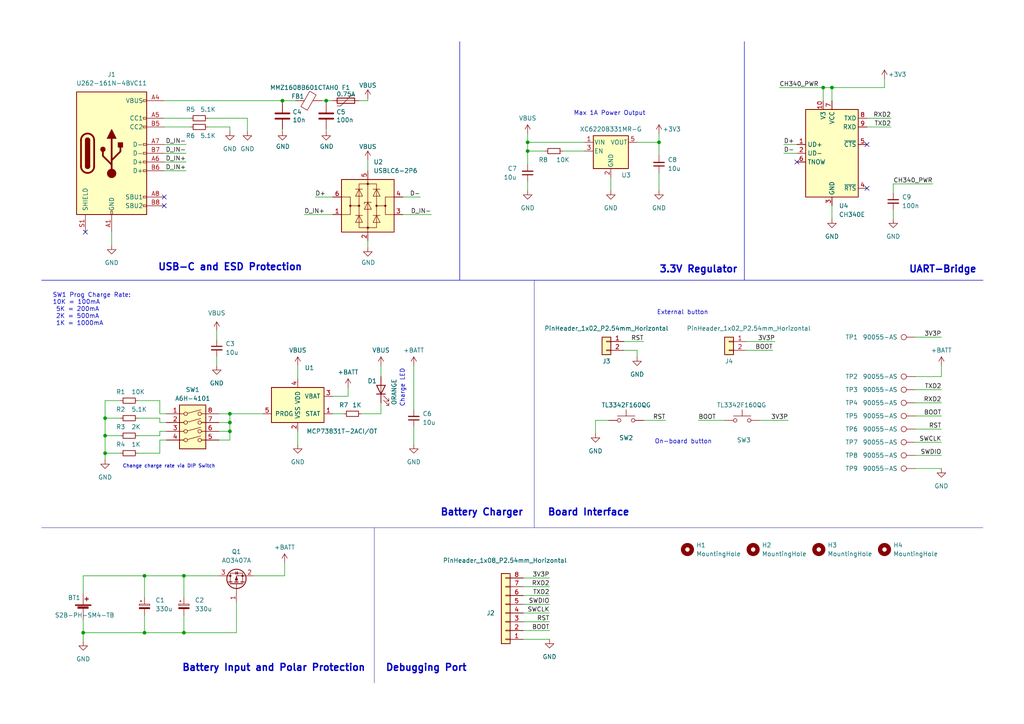
<source format=kicad_sch>
(kicad_sch (version 20230121) (generator eeschema)
  (paper "A4")
  (title_block (title "Teapotlabs BWLR1E Programmer") (date "2023-09-06") (rev "1") (company "Teapot Laboratories"))
  (lib_symbols
    (symbol "Battery_Management:MCP73831-2-OT" (pin_names (offset 1.016))
      (property "Reference" "U" (at -7.62 6.35 0))
      (property "Value" "MCP73831-2-OT" (at 1.27 6.35 0))
      (symbol "MCP73831-2-OT_0_1"
        (rectangle (start -7.62 5.08) (end 7.62 -5.08) (stroke (width 0.254)) (fill (type background)))
      )
      (symbol "MCP73831-2-OT_1_1"
        (pin output line (at 10.16 -2.54 180) (length 2.54) (name "STAT") (number "1"))
        (pin power_in line (at 0 -7.62 90) (length 2.54) (name "VSS") (number "2"))
        (pin power_out line (at 10.16 2.54 180) (length 2.54) (name "VBAT") (number "3"))
        (pin power_in line (at 0 7.62 270) (length 2.54) (name "VDD") (number "4"))
        (pin input line (at -10.16 -2.54 0) (length 2.54) (name "PROG") (number "5"))
      )
    )
    (symbol "Connector:TestPoint" (pin_numbers hide) (pin_names (offset 0.762) hide)
      (property "Reference" "TP" (at 0 6.858 0))
      (property "Value" "TestPoint" (at 0 5.08 0))
      (symbol "TestPoint_0_1"
        (circle (center 0 3.302) (radius 0.762))
      )
      (symbol "TestPoint_1_1"
        (pin passive line (at 0 0 90) (length 2.54) (name "1") (number "1"))
      )
    )
    (symbol "Connector:USB_C_Receptacle_USB2.0" (pin_names (offset 1.016))
      (property "Reference" "J" (at -10.16 19.05 0))
      (property "Value" "USB_C_Receptacle_USB2.0" (at 19.05 19.05 0))
      (symbol "USB_C_Receptacle_USB2.0_0_0"
        (rectangle (start -0.254 -17.78) (end 0.254 -16.764))
        (rectangle (start 10.16 -14.986) (end 9.144 -15.494))
        (rectangle (start 10.16 -12.446) (end 9.144 -12.954))
        (rectangle (start 10.16 -4.826) (end 9.144 -5.334))
        (rectangle (start 10.16 -2.286) (end 9.144 -2.794))
        (rectangle (start 10.16 0.254) (end 9.144 -0.254))
        (rectangle (start 10.16 2.794) (end 9.144 2.286))
        (rectangle (start 10.16 7.874) (end 9.144 7.366))
        (rectangle (start 10.16 10.414) (end 9.144 9.906))
        (rectangle (start 10.16 15.494) (end 9.144 14.986))
      )
      (symbol "USB_C_Receptacle_USB2.0_0_1"
        (rectangle (start -10.16 17.78) (end 10.16 -17.78) (stroke (width 0.254)) (fill (type background)))
        (arc (start -8.89 -3.81) (mid -6.985 -5.7067) (end -5.08 -3.81) (stroke (width 0.508)))
        (arc (start -7.62 -3.81) (mid -6.985 -4.4423) (end -6.35 -3.81) (stroke (width 0.254)))
        (arc (start -7.62 -3.81) (mid -6.985 -4.4423) (end -6.35 -3.81) (stroke (width 0.254)) (fill (type outline)))
        (rectangle (start -7.62 -3.81) (end -6.35 3.81) (stroke (width 0.254)) (fill (type outline)))
        (arc (start -6.35 3.81) (mid -6.985 4.4423) (end -7.62 3.81) (stroke (width 0.254)))
        (arc (start -6.35 3.81) (mid -6.985 4.4423) (end -7.62 3.81) (stroke (width 0.254)) (fill (type outline)))
        (arc (start -5.08 3.81) (mid -6.985 5.7067) (end -8.89 3.81) (stroke (width 0.508)))
        (circle (center -2.54 1.143) (radius 0.635) (stroke (width 0.254)) (fill (type outline)))
        (circle (center 0 -5.842) (radius 1.27) (fill (type outline)))
        (polyline (pts (xy -8.89 -3.81) (xy -8.89 3.81)) (stroke (width 0.508)))
        (polyline (pts (xy -5.08 3.81) (xy -5.08 -3.81)) (stroke (width 0.508)))
        (polyline (pts (xy 0 -5.842) (xy 0 4.318)) (stroke (width 0.508)))
        (polyline (pts (xy 0 -3.302) (xy -2.54 -0.762) (xy -2.54 0.508)) (stroke (width 0.508)))
        (polyline (pts (xy 0 -2.032) (xy 2.54 0.508) (xy 2.54 1.778)) (stroke (width 0.508)))
        (polyline (pts (xy -1.27 4.318) (xy 0 6.858) (xy 1.27 4.318) (xy -1.27 4.318)) (stroke (width 0.254)) (fill (type outline)))
        (rectangle (start 1.905 1.778) (end 3.175 3.048) (stroke (width 0.254)) (fill (type outline)))
      )
      (symbol "USB_C_Receptacle_USB2.0_1_1"
        (pin passive line (at 0 -22.86 90) (length 5.08) (name "GND") (number "A1"))
        (pin passive line (at 0 -22.86 90) (length 5.08) hide (name "GND") (number "A12"))
        (pin passive line (at 15.24 15.24 180) (length 5.08) (name "VBUS") (number "A4"))
        (pin bidirectional line (at 15.24 10.16 180) (length 5.08) (name "CC1") (number "A5"))
        (pin bidirectional line (at 15.24 -2.54 180) (length 5.08) (name "D+") (number "A6"))
        (pin bidirectional line (at 15.24 2.54 180) (length 5.08) (name "D-") (number "A7"))
        (pin bidirectional line (at 15.24 -12.7 180) (length 5.08) (name "SBU1") (number "A8"))
        (pin passive line (at 15.24 15.24 180) (length 5.08) hide (name "VBUS") (number "A9"))
        (pin passive line (at 0 -22.86 90) (length 5.08) hide (name "GND") (number "B1"))
        (pin passive line (at 0 -22.86 90) (length 5.08) hide (name "GND") (number "B12"))
        (pin passive line (at 15.24 15.24 180) (length 5.08) hide (name "VBUS") (number "B4"))
        (pin bidirectional line (at 15.24 7.62 180) (length 5.08) (name "CC2") (number "B5"))
        (pin bidirectional line (at 15.24 -5.08 180) (length 5.08) (name "D+") (number "B6"))
        (pin bidirectional line (at 15.24 0 180) (length 5.08) (name "D-") (number "B7"))
        (pin bidirectional line (at 15.24 -15.24 180) (length 5.08) (name "SBU2") (number "B8"))
        (pin passive line (at 15.24 15.24 180) (length 5.08) hide (name "VBUS") (number "B9"))
        (pin passive line (at -7.62 -22.86 90) (length 5.08) (name "SHIELD") (number "S1"))
      )
    )
    (symbol "Connector_Generic:Conn_01x02" (pin_names (offset 1.016) hide)
      (property "Reference" "J" (at 0 2.54 0))
      (property "Value" "Conn_01x02" (at 0 -5.08 0))
      (symbol "Conn_01x02_1_1"
        (rectangle (start -1.27 -2.413) (end 0 -2.667) (stroke (width 0.1524)))
        (rectangle (start -1.27 0.127) (end 0 -0.127) (stroke (width 0.1524)))
        (rectangle (start -1.27 1.27) (end 1.27 -3.81) (stroke (width 0.254)) (fill (type background)))
        (pin passive line (at -5.08 0 0) (length 3.81) (name "Pin_1") (number "1"))
        (pin passive line (at -5.08 -2.54 0) (length 3.81) (name "Pin_2") (number "2"))
      )
    )
    (symbol "Connector_Generic:Conn_01x08" (pin_names (offset 1.016) hide)
      (property "Reference" "J" (at 0 10.16 0))
      (property "Value" "Conn_01x08" (at 0 -12.7 0))
      (symbol "Conn_01x08_1_1"
        (rectangle (start -1.27 -10.033) (end 0 -10.287) (stroke (width 0.1524)))
        (rectangle (start -1.27 -7.493) (end 0 -7.747) (stroke (width 0.1524)))
        (rectangle (start -1.27 -4.953) (end 0 -5.207) (stroke (width 0.1524)))
        (rectangle (start -1.27 -2.413) (end 0 -2.667) (stroke (width 0.1524)))
        (rectangle (start -1.27 0.127) (end 0 -0.127) (stroke (width 0.1524)))
        (rectangle (start -1.27 2.667) (end 0 2.413) (stroke (width 0.1524)))
        (rectangle (start -1.27 5.207) (end 0 4.953) (stroke (width 0.1524)))
        (rectangle (start -1.27 7.747) (end 0 7.493) (stroke (width 0.1524)))
        (rectangle (start -1.27 8.89) (end 1.27 -11.43) (stroke (width 0.254)) (fill (type background)))
        (pin passive line (at -5.08 7.62 0) (length 3.81) (name "Pin_1") (number "1"))
        (pin passive line (at -5.08 5.08 0) (length 3.81) (name "Pin_2") (number "2"))
        (pin passive line (at -5.08 2.54 0) (length 3.81) (name "Pin_3") (number "3"))
        (pin passive line (at -5.08 0 0) (length 3.81) (name "Pin_4") (number "4"))
        (pin passive line (at -5.08 -2.54 0) (length 3.81) (name "Pin_5") (number "5"))
        (pin passive line (at -5.08 -5.08 0) (length 3.81) (name "Pin_6") (number "6"))
        (pin passive line (at -5.08 -7.62 0) (length 3.81) (name "Pin_7") (number "7"))
        (pin passive line (at -5.08 -10.16 0) (length 3.81) (name "Pin_8") (number "8"))
      )
    )
    (symbol "Device:Battery_Cell" (pin_numbers hide) (pin_names (offset 0) hide)
      (property "Reference" "BT" (at 2.54 2.54 0))
      (property "Value" "Battery_Cell" (at 2.54 0 0))
      (symbol "Battery_Cell_0_1"
        (rectangle (start -2.286 1.778) (end 2.286 1.524) (fill (type outline)))
        (rectangle (start -1.5748 1.1938) (end 1.4732 0.6858) (fill (type outline)))
        (polyline (pts (xy 0 0.762) (xy 0 0)))
        (polyline (pts (xy 0 1.778) (xy 0 2.54)))
        (polyline (pts (xy 0.508 3.429) (xy 1.524 3.429)) (stroke (width 0.254)))
        (polyline (pts (xy 1.016 3.937) (xy 1.016 2.921)) (stroke (width 0.254)))
      )
      (symbol "Battery_Cell_1_1"
        (pin passive line (at 0 5.08 270) (length 2.54) (name "+") (number "1"))
        (pin passive line (at 0 -2.54 90) (length 2.54) (name "-") (number "2"))
      )
    )
    (symbol "Device:C" (pin_numbers hide) (pin_names (offset 0.254))
      (property "Reference" "C" (at 0.635 2.54 0))
      (property "Value" "C" (at 0.635 -2.54 0))
      (symbol "C_0_1"
        (polyline (pts (xy -2.032 -0.762) (xy 2.032 -0.762)) (stroke (width 0.508)))
        (polyline (pts (xy -2.032 0.762) (xy 2.032 0.762)) (stroke (width 0.508)))
      )
      (symbol "C_1_1"
        (pin passive line (at 0 3.81 270) (length 2.794) (name "~") (number "1"))
        (pin passive line (at 0 -3.81 90) (length 2.794) (name "~") (number "2"))
      )
    )
    (symbol "Device:C_Polarized_Small" (pin_numbers hide) (pin_names (offset 0.254) hide)
      (property "Reference" "C" (at 0.254 1.778 0))
      (property "Value" "C_Polarized_Small" (at 0.254 -2.032 0))
      (symbol "C_Polarized_Small_0_1"
        (rectangle (start -1.524 -0.3048) (end 1.524 -0.6858) (fill (type outline)))
        (rectangle (start -1.524 0.6858) (end 1.524 0.3048))
        (polyline (pts (xy -1.27 1.524) (xy -0.762 1.524)))
        (polyline (pts (xy -1.016 1.27) (xy -1.016 1.778)))
      )
      (symbol "C_Polarized_Small_1_1"
        (pin passive line (at 0 2.54 270) (length 1.8542) (name "~") (number "1"))
        (pin passive line (at 0 -2.54 90) (length 1.8542) (name "~") (number "2"))
      )
    )
    (symbol "Device:C_Small" (pin_numbers hide) (pin_names (offset 0.254) hide)
      (property "Reference" "C" (at 0.254 1.778 0))
      (property "Value" "C_Small" (at 0.254 -2.032 0))
      (symbol "C_Small_0_1"
        (polyline (pts (xy -1.524 -0.508) (xy 1.524 -0.508)) (stroke (width 0.3302)))
        (polyline (pts (xy -1.524 0.508) (xy 1.524 0.508)) (stroke (width 0.3048)))
      )
      (symbol "C_Small_1_1"
        (pin passive line (at 0 2.54 270) (length 2.032) (name "~") (number "1"))
        (pin passive line (at 0 -2.54 90) (length 2.032) (name "~") (number "2"))
      )
    )
    (symbol "Device:LED" (pin_numbers hide) (pin_names (offset 1.016) hide)
      (property "Reference" "D" (at 0 2.54 0))
      (property "Value" "LED" (at 0 -2.54 0))
      (symbol "LED_0_1"
        (polyline (pts (xy -1.27 -1.27) (xy -1.27 1.27)) (stroke (width 0.254)))
        (polyline (pts (xy -1.27 0) (xy 1.27 0)))
        (polyline (pts (xy 1.27 -1.27) (xy 1.27 1.27) (xy -1.27 0) (xy 1.27 -1.27)) (stroke (width 0.254)))
        (polyline (pts (xy -3.048 -0.762) (xy -4.572 -2.286) (xy -3.81 -2.286) (xy -4.572 -2.286) (xy -4.572 -1.524)))
        (polyline (pts (xy -1.778 -0.762) (xy -3.302 -2.286) (xy -2.54 -2.286) (xy -3.302 -2.286) (xy -3.302 -1.524)))
      )
      (symbol "LED_1_1"
        (pin passive line (at -3.81 0 0) (length 2.54) (name "K") (number "1"))
        (pin passive line (at 3.81 0 180) (length 2.54) (name "A") (number "2"))
      )
    )
    (symbol "Device:Polyfuse" (pin_numbers hide) (pin_names (offset 0))
      (property "Reference" "F" (at -2.54 0 90))
      (property "Value" "Polyfuse" (at 2.54 0 90))
      (symbol "Polyfuse_0_1"
        (rectangle (start -0.762 2.54) (end 0.762 -2.54) (stroke (width 0.254)))
        (polyline (pts (xy 0 2.54) (xy 0 -2.54)))
        (polyline (pts (xy -1.524 2.54) (xy -1.524 1.524) (xy 1.524 -1.524) (xy 1.524 -2.54)))
      )
      (symbol "Polyfuse_1_1"
        (pin passive line (at 0 3.81 270) (length 1.27) (name "~") (number "1"))
        (pin passive line (at 0 -3.81 90) (length 1.27) (name "~") (number "2"))
      )
    )
    (symbol "Device:Q_PMOS_GSD" (pin_names (offset 0) hide)
      (property "Reference" "Q" (at 5.08 1.27 0))
      (property "Value" "Q_PMOS_GSD" (at 5.08 -1.27 0))
      (symbol "Q_PMOS_GSD_0_1"
        (polyline (pts (xy 0.254 0) (xy -2.54 0)))
        (polyline (pts (xy 0.254 1.905) (xy 0.254 -1.905)) (stroke (width 0.254)))
        (polyline (pts (xy 0.762 -1.27) (xy 0.762 -2.286)) (stroke (width 0.254)))
        (polyline (pts (xy 0.762 0.508) (xy 0.762 -0.508)) (stroke (width 0.254)))
        (polyline (pts (xy 0.762 2.286) (xy 0.762 1.27)) (stroke (width 0.254)))
        (polyline (pts (xy 2.54 2.54) (xy 2.54 1.778)))
        (polyline (pts (xy 2.54 -2.54) (xy 2.54 0) (xy 0.762 0)))
        (polyline (pts (xy 0.762 1.778) (xy 3.302 1.778) (xy 3.302 -1.778) (xy 0.762 -1.778)))
        (polyline (pts (xy 2.286 0) (xy 1.27 0.381) (xy 1.27 -0.381) (xy 2.286 0)) (fill (type outline)))
        (polyline (pts (xy 2.794 -0.508) (xy 2.921 -0.381) (xy 3.683 -0.381) (xy 3.81 -0.254)))
        (polyline (pts (xy 3.302 -0.381) (xy 2.921 0.254) (xy 3.683 0.254) (xy 3.302 -0.381)))
        (circle (center 1.651 0) (radius 2.794) (stroke (width 0.254)))
        (circle (center 2.54 -1.778) (radius 0.254) (fill (type outline)))
        (circle (center 2.54 1.778) (radius 0.254) (fill (type outline)))
      )
      (symbol "Q_PMOS_GSD_1_1"
        (pin input line (at -5.08 0 0) (length 2.54) (name "G") (number "1"))
        (pin passive line (at 2.54 -5.08 90) (length 2.54) (name "S") (number "2"))
        (pin passive line (at 2.54 5.08 270) (length 2.54) (name "D") (number "3"))
      )
    )
    (symbol "Device:R_Small" (pin_numbers hide) (pin_names (offset 0.254) hide)
      (property "Reference" "R" (at 0.762 0.508 0))
      (property "Value" "R_Small" (at 0.762 -1.016 0))
      (symbol "R_Small_0_1"
        (rectangle (start -0.762 1.778) (end 0.762 -1.778) (stroke (width 0.2032)))
      )
      (symbol "R_Small_1_1"
        (pin passive line (at 0 2.54 270) (length 0.762) (name "~") (number "1"))
        (pin passive line (at 0 -2.54 90) (length 0.762) (name "~") (number "2"))
      )
    )
    (symbol "Interface_USB:CH340E"
      (property "Reference" "U" (at -5.08 13.97 0))
      (property "Value" "CH340E" (at 1.27 13.97 0))
      (symbol "CH340E_0_1"
        (rectangle (start -7.62 12.7) (end 7.62 -12.7) (stroke (width 0.254)) (fill (type background)))
      )
      (symbol "CH340E_1_1"
        (pin bidirectional line (at -10.16 2.54 0) (length 2.54) (name "UD+") (number "1"))
        (pin passive line (at -2.54 15.24 270) (length 2.54) (name "V3") (number "10"))
        (pin bidirectional line (at -10.16 0 0) (length 2.54) (name "UD-") (number "2"))
        (pin power_in line (at 0 -15.24 90) (length 2.54) (name "GND") (number "3"))
        (pin output line (at 10.16 -10.16 180) (length 2.54) (name "~{RTS}") (number "4"))
        (pin input line (at 10.16 2.54 180) (length 2.54) (name "~{CTS}") (number "5"))
        (pin output line (at -10.16 -2.54 0) (length 2.54) (name "TNOW") (number "6"))
        (pin power_in line (at 0 15.24 270) (length 2.54) (name "VCC") (number "7"))
        (pin output line (at 10.16 10.16 180) (length 2.54) (name "TXD") (number "8"))
        (pin input line (at 10.16 7.62 180) (length 2.54) (name "RXD") (number "9"))
      )
    )
    (symbol "Mechanical:MountingHole" (pin_names (offset 1.016))
      (property "Reference" "H" (at 0 5.08 0))
      (property "Value" "MountingHole" (at 0 3.175 0))
      (symbol "MountingHole_0_1"
        (circle (center 0 0) (radius 1.27) (stroke (width 1.27)))
      )
    )
    (symbol "Penguino-STM32WL-LoRa-E5-rescue:Ferrite_Bead-Device" (pin_numbers hide) (pin_names (offset 0))
      (property "Reference" "FB" (at -3.81 0.635 90))
      (property "Value" "Device_Ferrite_Bead" (at 3.81 0 90))
      (symbol "Ferrite_Bead-Device_0_1"
        (polyline (pts (xy 0 -1.27) (xy 0 -1.2192)))
        (polyline (pts (xy 0 1.27) (xy 0 1.2954)))
        (polyline (pts (xy -2.7686 0.4064) (xy -1.7018 2.2606) (xy 2.7686 -0.3048) (xy 1.6764 -2.159) (xy -2.7686 0.4064)))
      )
      (symbol "Ferrite_Bead-Device_1_1"
        (pin passive line (at 0 3.81 270) (length 2.54) (name "~") (number "1"))
        (pin passive line (at 0 -3.81 90) (length 2.54) (name "~") (number "2"))
      )
    )
    (symbol "Power_Protection:USBLC6-2P6" (pin_names hide)
      (property "Reference" "U" (at 2.54 8.89 0))
      (property "Value" "USBLC6-2P6" (at 2.54 -8.89 0))
      (symbol "USBLC6-2P6_0_1"
        (rectangle (start -7.62 -7.62) (end 7.62 7.62) (stroke (width 0.254)) (fill (type background)))
        (circle (center -5.08 0) (radius 0.254) (fill (type outline)))
        (circle (center -2.54 0) (radius 0.254) (fill (type outline)))
        (rectangle (start -2.54 6.35) (end 2.54 -6.35))
        (circle (center 0 -6.35) (radius 0.254) (fill (type outline)))
        (polyline (pts (xy -5.08 -2.54) (xy -7.62 -2.54)))
        (polyline (pts (xy -5.08 0) (xy -5.08 -2.54)))
        (polyline (pts (xy -5.08 2.54) (xy -7.62 2.54)))
        (polyline (pts (xy -1.524 -2.794) (xy -3.556 -2.794)))
        (polyline (pts (xy -1.524 4.826) (xy -3.556 4.826)))
        (polyline (pts (xy 0 -7.62) (xy 0 -6.35)))
        (polyline (pts (xy 0 -6.35) (xy 0 1.27)))
        (polyline (pts (xy 0 1.27) (xy 0 6.35)))
        (polyline (pts (xy 0 6.35) (xy 0 7.62)))
        (polyline (pts (xy 1.524 -2.794) (xy 3.556 -2.794)))
        (polyline (pts (xy 1.524 4.826) (xy 3.556 4.826)))
        (polyline (pts (xy 5.08 -2.54) (xy 7.62 -2.54)))
        (polyline (pts (xy 5.08 0) (xy 5.08 -2.54)))
        (polyline (pts (xy 5.08 2.54) (xy 7.62 2.54)))
        (polyline (pts (xy -2.54 0) (xy -5.08 0) (xy -5.08 2.54)))
        (polyline (pts (xy 2.54 0) (xy 5.08 0) (xy 5.08 2.54)))
        (polyline (pts (xy -3.556 -4.826) (xy -1.524 -4.826) (xy -2.54 -2.794) (xy -3.556 -4.826)))
        (polyline (pts (xy -3.556 2.794) (xy -1.524 2.794) (xy -2.54 4.826) (xy -3.556 2.794)))
        (polyline (pts (xy -1.016 -1.016) (xy 1.016 -1.016) (xy 0 1.016) (xy -1.016 -1.016)))
        (polyline (pts (xy 1.016 1.016) (xy 0.762 1.016) (xy -1.016 1.016) (xy -1.016 0.508)))
        (polyline (pts (xy 3.556 -4.826) (xy 1.524 -4.826) (xy 2.54 -2.794) (xy 3.556 -4.826)))
        (polyline (pts (xy 3.556 2.794) (xy 1.524 2.794) (xy 2.54 4.826) (xy 3.556 2.794)))
        (circle (center 0 6.35) (radius 0.254) (fill (type outline)))
        (circle (center 2.54 0) (radius 0.254) (fill (type outline)))
        (circle (center 5.08 0) (radius 0.254) (fill (type outline)))
      )
      (symbol "USBLC6-2P6_1_1"
        (pin passive line (at -10.16 -2.54 0) (length 2.54) (name "I/O1") (number "1"))
        (pin passive line (at 0 -10.16 90) (length 2.54) (name "GND") (number "2"))
        (pin passive line (at 10.16 -2.54 180) (length 2.54) (name "I/O2") (number "3"))
        (pin passive line (at 10.16 2.54 180) (length 2.54) (name "I/O2") (number "4"))
        (pin passive line (at 0 10.16 270) (length 2.54) (name "VBUS") (number "5"))
        (pin passive line (at -10.16 2.54 0) (length 2.54) (name "I/O1") (number "6"))
      )
    )
    (symbol "Regulator_Linear:AP2112K-3.3" (pin_names (offset 0.254))
      (property "Reference" "U" (at -5.08 5.715 0))
      (property "Value" "AP2112K-3.3" (at 0 5.715 0))
      (symbol "AP2112K-3.3_0_1"
        (rectangle (start -5.08 4.445) (end 5.08 -5.08) (stroke (width 0.254)) (fill (type background)))
      )
      (symbol "AP2112K-3.3_1_1"
        (pin power_in line (at -7.62 2.54 0) (length 2.54) (name "VIN") (number "1"))
        (pin power_in line (at 0 -7.62 90) (length 2.54) (name "GND") (number "2"))
        (pin input line (at -7.62 0 0) (length 2.54) (name "EN") (number "3"))
        (pin no_connect line (at 5.08 0 180) (length 2.54) hide (name "NC") (number "4"))
        (pin power_out line (at 7.62 2.54 180) (length 2.54) (name "VOUT") (number "5"))
      )
    )
    (symbol "Switch:SW_DIP_x04" (pin_names (offset 0) hide)
      (property "Reference" "SW" (at 0 8.89 0))
      (property "Value" "SW_DIP_x04" (at 0 -6.35 0))
      (symbol "SW_DIP_x04_0_0"
        (circle (center -2.032 -2.54) (radius 0.508))
        (circle (center -2.032 0) (radius 0.508))
        (circle (center -2.032 2.54) (radius 0.508))
        (circle (center -2.032 5.08) (radius 0.508))
        (polyline (pts (xy -1.524 -2.3876) (xy 2.3622 -1.3462)))
        (polyline (pts (xy -1.524 0.127) (xy 2.3622 1.1684)))
        (polyline (pts (xy -1.524 2.667) (xy 2.3622 3.7084)))
        (polyline (pts (xy -1.524 5.207) (xy 2.3622 6.2484)))
        (circle (center 2.032 -2.54) (radius 0.508))
        (circle (center 2.032 0) (radius 0.508))
        (circle (center 2.032 2.54) (radius 0.508))
        (circle (center 2.032 5.08) (radius 0.508))
      )
      (symbol "SW_DIP_x04_0_1"
        (rectangle (start -3.81 7.62) (end 3.81 -5.08) (stroke (width 0.254)) (fill (type background)))
      )
      (symbol "SW_DIP_x04_1_1"
        (pin passive line (at -7.62 5.08 0) (length 5.08) (name "~") (number "1"))
        (pin passive line (at -7.62 2.54 0) (length 5.08) (name "~") (number "2"))
        (pin passive line (at -7.62 0 0) (length 5.08) (name "~") (number "3"))
        (pin passive line (at -7.62 -2.54 0) (length 5.08) (name "~") (number "4"))
        (pin passive line (at 7.62 -2.54 180) (length 5.08) (name "~") (number "5"))
        (pin passive line (at 7.62 0 180) (length 5.08) (name "~") (number "6"))
        (pin passive line (at 7.62 2.54 180) (length 5.08) (name "~") (number "7"))
        (pin passive line (at 7.62 5.08 180) (length 5.08) (name "~") (number "8"))
      )
    )
    (symbol "Switch:SW_Push" (pin_numbers hide) (pin_names (offset 1.016) hide)
      (property "Reference" "SW" (at 1.27 2.54 0))
      (property "Value" "SW_Push" (at 0 -1.524 0))
      (symbol "SW_Push_0_1"
        (circle (center -2.032 0) (radius 0.508))
        (polyline (pts (xy 0 1.27) (xy 0 3.048)))
        (polyline (pts (xy 2.54 1.27) (xy -2.54 1.27)))
        (circle (center 2.032 0) (radius 0.508))
        (pin passive line (at -5.08 0 0) (length 2.54) (name "1") (number "1"))
        (pin passive line (at 5.08 0 180) (length 2.54) (name "2") (number "2"))
      )
    )
    (symbol "power:+3V3" (power) (pin_names (offset 0))
      (property "Value" "+3V3" (at 0 3.556 0))
      (symbol "+3V3_0_1"
        (polyline (pts (xy -0.762 1.27) (xy 0 2.54)))
        (polyline (pts (xy 0 0) (xy 0 2.54)))
        (polyline (pts (xy 0 2.54) (xy 0.762 1.27)))
      )
      (symbol "+3V3_1_1"
        (pin power_in line (at 0 0 90) (length 0) hide (name "+3V3") (number "1"))
      )
    )
    (symbol "power:+BATT" (power) (pin_names (offset 0))
      (property "Value" "+BATT" (at 0 3.556 0))
      (symbol "+BATT_0_1"
        (polyline (pts (xy -0.762 1.27) (xy 0 2.54)))
        (polyline (pts (xy 0 0) (xy 0 2.54)))
        (polyline (pts (xy 0 2.54) (xy 0.762 1.27)))
      )
      (symbol "+BATT_1_1"
        (pin power_in line (at 0 0 90) (length 0) hide (name "+BATT") (number "1"))
      )
    )
    (symbol "power:GND" (power) (pin_names (offset 0))
      (property "Value" "GND" (at 0 -3.81 0))
      (symbol "GND_0_1"
        (polyline (pts (xy 0 0) (xy 0 -1.27) (xy 1.27 -1.27) (xy 0 -2.54) (xy -1.27 -1.27) (xy 0 -1.27)))
      )
      (symbol "GND_1_1"
        (pin power_in line (at 0 0 270) (length 0) hide (name "GND") (number "1"))
      )
    )
    (symbol "power:VBUS" (power) (pin_names (offset 0))
      (property "Value" "VBUS" (at 0 3.81 0))
      (symbol "VBUS_0_1"
        (polyline (pts (xy -0.762 1.27) (xy 0 2.54)))
        (polyline (pts (xy 0 0) (xy 0 2.54)))
        (polyline (pts (xy 0 2.54) (xy 0.762 1.27)))
      )
      (symbol "VBUS_1_1"
        (pin power_in line (at 0 0 90) (length 0) hide (name "VBUS") (number "1"))
      )
    )
  )
  (junction (at 66.675 122.555))
  (junction (at 41.91 183.515))
  (junction (at 238.76 25.4))
  (junction (at 41.91 167.005))
  (junction (at 191.135 41.275))
  (junction (at 53.34 167.005))
  (junction (at 30.48 121.285))
  (junction (at 24.13 183.515))
  (junction (at 66.675 125.095))
  (junction (at 153.035 43.815))
  (junction (at 81.915 29.21))
  (junction (at 153.035 41.275))
  (junction (at 53.34 183.515))
  (junction (at 241.3 25.4))
  (junction (at 94.615 29.21))
  (junction (at 30.48 131.445))
  (junction (at 66.675 120.015))
  (junction (at 30.48 126.365))
  (no_connect (at 47.625 57.15))
  (no_connect (at 47.625 59.69))
  (no_connect (at 251.46 41.91))
  (no_connect (at 24.765 67.31))
  (no_connect (at 231.14 46.99))
  (no_connect (at 251.46 54.61))
  (wire (pts (xy 82.55 163.195) (xy 82.55 167.005)))
  (wire (pts (xy 53.34 178.435) (xy 53.34 183.515)))
  (wire (pts (xy 30.48 131.445) (xy 34.925 131.445)))
  (wire (pts (xy 73.66 167.005) (xy 82.55 167.005)))
  (wire (pts (xy 60.325 36.83) (xy 66.675 36.83)))
  (wire (pts (xy 47.625 46.99) (xy 53.975 46.99)))
  (wire (pts (xy 81.915 29.21) (xy 85.725 29.21)))
  (wire (pts (xy 48.26 122.555) (xy 46.355 122.555)))
  (wire (pts (xy 220.345 121.92) (xy 228.6 121.92)))
  (wire (pts (xy 46.355 126.365) (xy 40.005 126.365)))
  (wire (pts (xy 40.005 116.205) (xy 46.355 116.205)))
  (wire (pts (xy 177.165 51.435) (xy 177.165 55.245)))
  (wire (pts (xy 94.615 37.465) (xy 94.615 38.1)))
  (wire (pts (xy 184.785 101.6) (xy 184.785 103.505)))
  (wire (pts (xy 106.68 29.21) (xy 106.68 28.575)))
  (wire (pts (xy 47.625 41.91) (xy 53.975 41.91)))
  (wire (pts (xy 216.535 99.06) (xy 224.79 99.06)))
  (wire (pts (xy 153.035 41.275) (xy 153.035 43.815)))
  (wire (pts (xy 47.625 29.21) (xy 81.915 29.21)))
  (wire (pts (xy 153.035 52.705) (xy 153.035 55.245)))
  (wire (pts (xy 120.015 106.045) (xy 120.015 118.745)))
  (wire (pts (xy 172.72 121.92) (xy 172.72 125.73)))
  (wire (pts (xy 120.015 123.825) (xy 120.015 128.905)))
  (wire (pts (xy 151.765 175.26) (xy 159.385 175.26)))
  (wire (pts (xy 256.54 25.4) (xy 256.54 22.86)))
  (polyline (pts (xy 12.065 81.28) (xy 285.115 81.28)))
  (wire (pts (xy 106.68 46.355) (xy 106.68 49.53)))
  (wire (pts (xy 41.91 178.435) (xy 41.91 183.515)))
  (wire (pts (xy 93.345 29.21) (xy 94.615 29.21)))
  (wire (pts (xy 153.035 43.815) (xy 153.035 47.625)))
  (wire (pts (xy 66.675 122.555) (xy 66.675 120.015)))
  (wire (pts (xy 110.49 106.045) (xy 110.49 109.22)))
  (wire (pts (xy 81.915 29.845) (xy 81.915 29.21)))
  (wire (pts (xy 265.43 109.22) (xy 273.05 109.22)))
  (polyline (pts (xy 133.35 12.065) (xy 133.35 81.28)))
  (wire (pts (xy 47.625 36.83) (xy 55.245 36.83)))
  (wire (pts (xy 62.865 95.885) (xy 62.865 98.425)))
  (wire (pts (xy 41.91 167.005) (xy 41.91 173.355)))
  (wire (pts (xy 110.49 116.84) (xy 110.49 120.015)))
  (wire (pts (xy 41.91 167.005) (xy 53.34 167.005)))
  (wire (pts (xy 66.675 36.83) (xy 66.675 38.1)))
  (wire (pts (xy 151.765 185.42) (xy 159.385 185.42)))
  (wire (pts (xy 46.355 121.285) (xy 40.005 121.285)))
  (wire (pts (xy 53.34 167.005) (xy 63.5 167.005)))
  (wire (pts (xy 46.355 120.015) (xy 48.26 120.015)))
  (wire (pts (xy 47.625 44.45) (xy 53.975 44.45)))
  (wire (pts (xy 265.43 135.89) (xy 273.05 135.89)))
  (wire (pts (xy 251.46 34.29) (xy 258.445 34.29)))
  (wire (pts (xy 30.48 126.365) (xy 30.48 131.445)))
  (wire (pts (xy 24.13 167.005) (xy 41.91 167.005)))
  (wire (pts (xy 32.385 67.31) (xy 32.385 71.12)))
  (wire (pts (xy 241.3 29.21) (xy 241.3 25.4)))
  (wire (pts (xy 60.325 34.29) (xy 71.755 34.29)))
  (wire (pts (xy 259.08 53.34) (xy 259.08 55.88)))
  (wire (pts (xy 63.5 120.015) (xy 66.675 120.015)))
  (wire (pts (xy 184.785 41.275) (xy 191.135 41.275)))
  (wire (pts (xy 265.43 132.08) (xy 273.05 132.08)))
  (wire (pts (xy 265.43 97.79) (xy 273.05 97.79)))
  (wire (pts (xy 227.33 44.45) (xy 231.14 44.45)))
  (wire (pts (xy 241.3 59.69) (xy 241.3 63.5)))
  (wire (pts (xy 151.765 167.64) (xy 159.385 167.64)))
  (wire (pts (xy 191.135 50.165) (xy 191.135 55.245)))
  (wire (pts (xy 265.43 113.03) (xy 273.05 113.03)))
  (wire (pts (xy 66.675 125.095) (xy 66.675 127.635)))
  (wire (pts (xy 265.43 116.84) (xy 273.05 116.84)))
  (bus (pts (xy 154.94 81.28) (xy 154.94 153.035)) (stroke (width 0.1)))
  (wire (pts (xy 176.53 121.92) (xy 172.72 121.92)))
  (wire (pts (xy 46.355 125.095) (xy 46.355 126.365)))
  (wire (pts (xy 153.035 43.815) (xy 158.115 43.815)))
  (bus (pts (xy 108.585 153.035) (xy 108.585 198.12)) (stroke (width 0.1)))
  (wire (pts (xy 106.68 69.85) (xy 106.68 71.755)))
  (wire (pts (xy 186.69 121.92) (xy 193.04 121.92)))
  (wire (pts (xy 151.765 182.88) (xy 159.385 182.88)))
  (wire (pts (xy 46.355 127.635) (xy 46.355 131.445)))
  (wire (pts (xy 151.765 177.8) (xy 159.385 177.8)))
  (wire (pts (xy 88.265 62.23) (xy 96.52 62.23)))
  (wire (pts (xy 265.43 128.27) (xy 273.05 128.27)))
  (wire (pts (xy 34.925 116.205) (xy 30.48 116.205)))
  (wire (pts (xy 34.925 126.365) (xy 30.48 126.365)))
  (wire (pts (xy 153.035 41.275) (xy 169.545 41.275)))
  (wire (pts (xy 24.13 183.515) (xy 24.13 186.055)))
  (wire (pts (xy 191.135 38.735) (xy 191.135 41.275)))
  (wire (pts (xy 94.615 29.845) (xy 94.615 29.21)))
  (wire (pts (xy 24.13 167.005) (xy 24.13 172.085)))
  (wire (pts (xy 34.925 121.285) (xy 30.48 121.285)))
  (wire (pts (xy 48.26 125.095) (xy 46.355 125.095)))
  (wire (pts (xy 224.155 101.6) (xy 216.535 101.6)))
  (wire (pts (xy 66.675 125.095) (xy 66.675 122.555)))
  (bus (pts (xy 12.065 153.035) (xy 285.115 153.035)) (stroke (width 0.1)))
  (wire (pts (xy 24.13 179.705) (xy 24.13 183.515)))
  (wire (pts (xy 270.51 53.34) (xy 259.08 53.34)))
  (wire (pts (xy 251.46 36.83) (xy 258.445 36.83)))
  (wire (pts (xy 86.36 125.095) (xy 86.36 128.905)))
  (wire (pts (xy 81.915 37.465) (xy 81.915 38.1)))
  (wire (pts (xy 91.44 57.15) (xy 96.52 57.15)))
  (wire (pts (xy 151.765 170.18) (xy 159.385 170.18)))
  (wire (pts (xy 153.035 38.735) (xy 153.035 41.275)))
  (wire (pts (xy 48.26 127.635) (xy 46.355 127.635)))
  (wire (pts (xy 163.195 43.815) (xy 169.545 43.815)))
  (wire (pts (xy 86.36 106.045) (xy 86.36 109.855)))
  (wire (pts (xy 30.48 121.285) (xy 30.48 126.365)))
  (wire (pts (xy 71.755 34.29) (xy 71.755 38.1)))
  (wire (pts (xy 226.06 25.4) (xy 238.76 25.4)))
  (wire (pts (xy 110.49 120.015) (xy 104.775 120.015)))
  (wire (pts (xy 96.52 120.015) (xy 99.695 120.015)))
  (wire (pts (xy 53.34 183.515) (xy 68.58 183.515)))
  (wire (pts (xy 53.34 167.005) (xy 53.34 173.355)))
  (wire (pts (xy 265.43 124.46) (xy 273.05 124.46)))
  (wire (pts (xy 46.355 116.205) (xy 46.355 120.015)))
  (wire (pts (xy 180.975 101.6) (xy 184.785 101.6)))
  (wire (pts (xy 116.84 57.15) (xy 121.92 57.15)))
  (wire (pts (xy 63.5 122.555) (xy 66.675 122.555)))
  (wire (pts (xy 259.08 60.96) (xy 259.08 63.5)))
  (wire (pts (xy 41.91 183.515) (xy 53.34 183.515)))
  (wire (pts (xy 180.975 99.06) (xy 186.69 99.06)))
  (polyline (pts (xy 215.9 12.065) (xy 215.9 81.28)))
  (wire (pts (xy 104.14 29.21) (xy 106.68 29.21)))
  (wire (pts (xy 63.5 125.095) (xy 66.675 125.095)))
  (wire (pts (xy 46.355 122.555) (xy 46.355 121.285)))
  (wire (pts (xy 66.675 120.015) (xy 76.2 120.015)))
  (wire (pts (xy 30.48 133.35) (xy 30.48 131.445)))
  (wire (pts (xy 151.765 172.72) (xy 159.385 172.72)))
  (wire (pts (xy 202.565 121.92) (xy 210.185 121.92)))
  (wire (pts (xy 273.05 106.045) (xy 273.05 109.22)))
  (wire (pts (xy 47.625 34.29) (xy 55.245 34.29)))
  (wire (pts (xy 63.5 127.635) (xy 66.675 127.635)))
  (wire (pts (xy 100.965 114.935) (xy 96.52 114.935)))
  (wire (pts (xy 100.965 112.395) (xy 100.965 114.935)))
  (wire (pts (xy 241.3 25.4) (xy 256.54 25.4)))
  (wire (pts (xy 151.765 180.34) (xy 159.385 180.34)))
  (wire (pts (xy 40.005 131.445) (xy 46.355 131.445)))
  (wire (pts (xy 227.33 41.91) (xy 231.14 41.91)))
  (wire (pts (xy 94.615 29.21) (xy 96.52 29.21)))
  (wire (pts (xy 47.625 49.53) (xy 53.975 49.53)))
  (wire (pts (xy 68.58 174.625) (xy 68.58 183.515)))
  (wire (pts (xy 191.135 41.275) (xy 191.135 45.085)))
  (wire (pts (xy 238.76 25.4) (xy 241.3 25.4)))
  (wire (pts (xy 24.13 183.515) (xy 41.91 183.515)))
  (wire (pts (xy 30.48 116.205) (xy 30.48 121.285)))
  (wire (pts (xy 116.84 62.23) (xy 125.095 62.23)))
  (wire (pts (xy 265.43 120.65) (xy 273.05 120.65)))
  (wire (pts (xy 62.865 103.505) (xy 62.865 106.045)))
  (wire (pts (xy 238.76 29.21) (xy 238.76 25.4)))
  (text "SW1 Prog Charge Rate:\n10K = 100mA\n 5K = 200mA\n 2K = 500mA\n 1K = 1000mA" (at 15.24 94.615 0) (effects (font (size 1.27 1.27)) (justify left bottom)))
  (text "External button" (at 190.5 91.44 0) (effects (font (size 1.27 1.27)) (justify left bottom)))
  (text "Max 1A Power Output" (at 166.37 33.655 0) (effects (font (size 1.27 1.27)) (justify left bottom)))
  (text "On-board button" (at 189.865 128.905 0) (effects (font (size 1.27 1.27)) (justify left bottom)))
  (text "Debugging Port" (at 111.76 194.945 0) (effects (font (size 2 2) (thickness 0.4) bold) (justify left bottom)))
  (text "Charge LED" (at 117.475 118.11 90) (effects (font (size 1.27 1.27)) (justify left bottom)))
  (text "UART-Bridge" (at 263.525 79.375 0) (effects (font (size 2 2) (thickness 0.4) bold) (justify left bottom)))
  (text "Change charge rate via DIP Switch" (at 35.56 135.89 0) (effects (font (size 1 1)) (justify left bottom)))
  (text "Battery Input and Polar Protection" (at 52.705 194.945 0) (effects (font (size 2 2) (thickness 0.4) bold) (justify left bottom)))
  (text "USB-C and ESD Protection" (at 45.72 78.74 0) (effects (font (size 2 2) (thickness 0.4) bold) (justify left bottom)))
  (text "Battery Charger" (at 127.635 149.86 0) (effects (font (size 2 2) (thickness 0.4) bold) (justify left bottom)))
  (text "3.3V Regulator" (at 191.135 79.375 0) (effects (font (size 2 2) (thickness 0.4) bold) (justify left bottom)))
  (text "Board Interface" (at 158.75 149.86 0) (effects (font (size 2 2) (thickness 0.4) bold) (justify left bottom)))
  (label "SWCLK" (at 159.385 177.8 180))
  (label "D_IN+" (at 53.975 46.99 180))
  (label "TXD2" (at 273.05 113.03 180))
  (label "SWCLK" (at 273.05 128.27 180))
  (label "D_IN-" (at 53.975 41.91 180))
  (label "TXD2" (at 159.385 172.72 180))
  (label "BOOT" (at 202.565 121.92 0))
  (label "CH340_PWR" (at 226.06 25.4 0))
  (label "D+" (at 91.44 57.15 0))
  (label "D_IN-" (at 53.975 44.45 180))
  (label "SWDIO" (at 159.385 175.26 180))
  (label "D_IN+" (at 88.265 62.23 0))
  (label "D+" (at 227.33 41.91 0))
  (label "BOOT" (at 273.05 120.65 180))
  (label "RST" (at 186.69 99.06 180))
  (label "RST" (at 273.05 124.46 180))
  (label "RST" (at 193.04 121.92 180))
  (label "3V3P" (at 159.385 167.64 180))
  (label "RXD2" (at 258.445 34.29 180))
  (label "D-" (at 227.33 44.45 0))
  (label "D-" (at 121.92 57.15 180))
  (label "D_IN-" (at 125.095 62.23 180))
  (label "3V3P" (at 273.05 97.79 180))
  (label "RST" (at 159.385 180.34 180))
  (label "RXD2" (at 273.05 116.84 180))
  (label "CH340_PWR" (at 270.51 53.34 180))
  (label "BOOT" (at 159.385 182.88 180))
  (label "TXD2" (at 258.445 36.83 180))
  (label "D_IN+" (at 53.975 49.53 180))
  (label "SWDIO" (at 273.05 132.08 180))
  (label "BOOT" (at 224.155 101.6 180))
  (label "3V3P" (at 228.6 121.92 180))
  (label "3V3P" (at 224.79 99.06 180))
  (label "RXD2" (at 159.385 170.18 180))
  (symbol (lib_id "power:GND") (at 191.135 55.245 0) (unit 1)
    (property "Reference" "#PWR027" (effects hide))
    (property "Value" "GND" (at 191.135 60.325 0))
  )
  (symbol (lib_id "Connector:TestPoint") (at 265.43 124.46 90) (unit 1)
    (property "Reference" "TP6" (at 247.015 124.46 90))
    (property "Value" "90055-AS" (at 255.27 124.46 90))
    (property "Footprint" "bwlr1e_prog:90055-AS" (effects hide))
    (property "Manufacturer" "Preci-Dip" (effects hide))
    (property "Part Number" "90055-AS" (effects hide))
  )
  (symbol (lib_id "Switch:SW_Push") (at 181.61 121.92 0) (unit 1)
    (property "Reference" "SW2" (at 181.61 127 0))
    (property "Value" "TL3342F160QG" (at 181.61 117.475 0))
    (property "Footprint" "Button_Switch_SMD:SW_SPST_TL3342" (effects hide))
    (property "Datasheet" "https://datasheet.lcsc.com/lcsc/2109061530_E-Switch-TL3342F160QG_C2886898.pdf" (effects hide))
    (property "Manufacturer" "E-Switch" (effects hide))
    (property "Part Number" "TL3342F160QG" (effects hide))
  )
  (symbol (lib_id "power:GND") (at 172.72 125.73 0) (unit 1)
    (property "Reference" "#PWR023" (effects hide))
    (property "Value" "GND" (at 172.72 130.81 0))
  )
  (symbol (lib_id "Switch:SW_DIP_x04") (at 55.88 125.095 0) (unit 1)
    (property "Reference" "SW1" (at 55.88 113.03 0))
    (property "Value" "A6H-4101" (at 55.88 115.57 0))
    (property "Footprint" "Button_Switch_SMD:SW_DIP_SPSTx04_Slide_Omron_A6H-4101_W6.15mm_P1.27mm" (effects hide))
    (property "Manufacturer" "Omron" (effects hide))
    (property "Part Number" "A6H-4101" (effects hide))
  )
  (symbol (lib_id "power:GND") (at 71.755 38.1 0) (unit 1)
    (property "Reference" "#PWR07" (effects hide))
    (property "Value" "GND" (at 71.755 43.18 0))
  )
  (symbol (lib_id "Mechanical:MountingHole") (at 256.54 159.385 0) (unit 1)
    (property "Reference" "H4" (at 259.08 158.115 0) (effects (justify left)))
    (property "Value" "MountingHole" (at 259.08 160.655 0) (effects (justify left)))
    (property "Footprint" "MountingHole:MountingHole_2.2mm_M2" (effects hide))
  )
  (symbol (lib_id "Device:R_Small") (at 37.465 116.205 270) (mirror x) (unit 1)
    (property "Reference" "R1" (at 33.655 113.665 90) (effects (justify left)))
    (property "Value" "10K" (at 38.1 113.665 90) (effects (justify left)))
    (property "Footprint" "Resistor_SMD:R_0603_1608Metric" (effects hide))
    (property "Part Description" "Resistor 10K 1% 100mW" (effects hide))
  )
  (symbol (lib_id "Device:R_Small") (at 57.785 36.83 90) (unit 1)
    (property "Reference" "R6" (at 55.245 39.37 90))
    (property "Value" "5.1K" (at 60.325 39.37 90))
    (property "Footprint" "Resistor_SMD:R_0402_1005Metric" (effects hide))
    (property "Part Description" "Resistor 5.1K 1% 62.5mW" (effects hide))
  )
  (symbol (lib_id "power:GND") (at 24.13 186.055 0) (unit 1)
    (property "Reference" "#PWR01" (effects hide))
    (property "Value" "GND" (at 24.13 191.135 0))
  )
  (symbol (lib_id "Connector:TestPoint") (at 265.43 109.22 90) (unit 1)
    (property "Reference" "TP2" (at 247.015 109.22 90))
    (property "Value" "90055-AS" (at 255.27 109.22 90))
    (property "Footprint" "bwlr1e_prog:90055-AS" (effects hide))
    (property "Manufacturer" "Preci-Dip" (effects hide))
    (property "Part Number" "90055-AS" (effects hide))
  )
  (symbol (lib_id "power:VBUS") (at 106.68 46.355 0) (unit 1)
    (property "Reference" "#PWR015" (effects hide))
    (property "Value" "VBUS" (at 106.68 42.545 0))
  )
  (symbol (lib_id "Battery_Management:MCP73831-2-OT") (at 86.36 117.475 0) (unit 1)
    (property "Reference" "U1" (at 88.3794 106.68 0) (effects (justify left)))
    (property "Value" "MCP73831T-2ACI/OT" (at 88.9 125.095 0) (effects (justify left)))
    (property "Footprint" "Package_TO_SOT_SMD:SOT-23-5" (effects hide))
    (property "Datasheet" "http://ww1.microchip.com/downloads/en/DeviceDoc/20001984g.pdf" (effects hide))
    (property "Manufacturer" "Microchip" (effects hide))
    (property "Part Number" "MCP73831T-2ACI/OT" (effects hide))
  )
  (symbol (lib_id "power:GND") (at 184.785 103.505 0) (unit 1)
    (property "Reference" "#PWR025" (effects hide))
    (property "Value" "GND" (at 184.785 108.585 0))
  )
  (symbol (lib_id "power:GND") (at 94.615 38.1 0) (unit 1)
    (property "Reference" "#PWR012" (effects hide))
    (property "Value" "GND" (at 94.742 42.4942 0))
  )
  (symbol (lib_id "power:VBUS") (at 106.68 28.575 0) (unit 1)
    (property "Reference" "#PWR014" (effects hide))
    (property "Value" "VBUS" (at 106.68 24.765 0))
  )
  (symbol (lib_id "Device:R_Small") (at 37.465 121.285 270) (mirror x) (unit 1)
    (property "Reference" "R2" (at 33.655 118.745 90) (effects (justify left)))
    (property "Value" "5.1K" (at 38.1 118.745 90) (effects (justify left)))
    (property "Footprint" "Resistor_SMD:R_0603_1608Metric" (effects hide))
    (property "Part Description" "Resistor 5.1K 1% 100mW" (effects hide))
  )
  (symbol (lib_id "Device:LED") (at 110.49 113.03 90) (unit 1)
    (property "Reference" "D1" (at 107.95 110.49 90))
    (property "Value" "ORANGE" (at 114.3 113.665 0))
    (property "Footprint" "LED_SMD:LED_0603_1608Metric" (effects hide))
    (property "Part Description" "Orange 2V 25mA" (effects hide))
  )
  (symbol (lib_id "power:GND") (at 32.385 71.12 0) (unit 1)
    (property "Reference" "#PWR03" (effects hide))
    (property "Value" "GND" (at 32.385 76.2 0))
  )
  (symbol (lib_id "power:+3V3") (at 191.135 38.735 0) (unit 1)
    (property "Reference" "#PWR026" (effects hide))
    (property "Value" "+3V3" (at 197.485 37.465 0) (effects (justify right)))
  )
  (symbol (lib_id "Regulator_Linear:AP2112K-3.3") (at 177.165 43.815 0) (unit 1)
    (property "Reference" "U3" (at 181.61 50.8 0))
    (property "Value" "XC6220B331MR-G" (at 177.165 37.465 0))
    (property "Footprint" "Package_TO_SOT_SMD:SOT-23-5" (effects hide))
    (property "Datasheet" "https://www.mouser.com/datasheet/2/760/TOSL_S_A0010556302_1-2575005.pdf" (effects hide))
    (property "Manufacturer" "Torex Semiconductor" (effects hide))
    (property "Part Number" "XC6220B331MR-G" (effects hide))
  )
  (symbol (lib_id "Device:R_Small") (at 57.785 34.29 90) (unit 1)
    (property "Reference" "R5" (at 55.245 31.75 90))
    (property "Value" "5.1K" (at 60.325 31.75 90))
    (property "Footprint" "Resistor_SMD:R_0402_1005Metric" (effects hide))
    (property "Part Description" "Resistor 5.1K 1% 62.5mW" (effects hide))
  )
  (symbol (lib_id "Penguino-STM32WL-LoRa-E5-rescue:Ferrite_Bead-Device") (at 89.535 29.21 90) (unit 1)
    (property "Reference" "FB1" (at 86.36 27.94 90))
    (property "Value" "MMZ1608B601CTAH0" (at 88.265 25.4 90))
    (property "Footprint" "Inductor_SMD:L_0603_1608Metric" (effects hide))
    (property "Manufacturer" "TDK" (effects hide))
    (property "Part Number" "MMZ1608B601CTAH0" (effects hide))
  )
  (symbol (lib_id "Device:C_Small") (at 120.015 121.285 180) (unit 1)
    (property "Reference" "C6" (at 122.555 120.0085 0) (effects (justify right)))
    (property "Value" "10u" (at 122.555 122.5485 0) (effects (justify right)))
    (property "Footprint" "Capacitor_SMD:C_0805_2012Metric" (effects hide))
    (property "Part Description" "Ceramic Capacitor 10uF 10% 10V X5R" (effects hide))
  )
  (symbol (lib_id "power:GND") (at 153.035 55.245 0) (unit 1)
    (property "Reference" "#PWR021" (effects hide))
    (property "Value" "GND" (at 153.035 60.325 0))
  )
  (symbol (lib_id "Device:R_Small") (at 102.235 120.015 90) (mirror x) (unit 1)
    (property "Reference" "R7" (at 99.695 117.475 90))
    (property "Value" "1K" (at 103.505 117.475 90))
    (property "Footprint" "Resistor_SMD:R_0603_1608Metric" (effects hide))
    (property "Part Description" "Resistor 1k 5% 100mW" (effects hide))
  )
  (symbol (lib_id "Device:R_Small") (at 37.465 131.445 270) (mirror x) (unit 1)
    (property "Reference" "R4" (at 33.655 128.905 90) (effects (justify left)))
    (property "Value" "1K" (at 38.1 128.905 90) (effects (justify left)))
    (property "Footprint" "Resistor_SMD:R_0603_1608Metric" (effects hide))
    (property "Part Description" "Resistor 1K 1% 100mW" (effects hide))
  )
  (symbol (lib_id "power:GND") (at 120.015 128.905 0) (unit 1)
    (property "Reference" "#PWR019" (effects hide))
    (property "Value" "GND" (at 120.015 133.985 0))
  )
  (symbol (lib_id "Connector:TestPoint") (at 265.43 97.79 90) (unit 1)
    (property "Reference" "TP1" (at 247.015 97.79 90))
    (property "Value" "90055-AS" (at 255.27 97.79 90))
    (property "Footprint" "bwlr1e_prog:90055-AS" (effects hide))
    (property "Manufacturer" "Preci-Dip" (effects hide))
    (property "Part Number" "90055-AS" (effects hide))
  )
  (symbol (lib_id "Device:C_Small") (at 191.135 47.625 180) (unit 1)
    (property "Reference" "C8" (at 193.675 46.3485 0) (effects (justify right)))
    (property "Value" "10u" (at 193.675 48.8885 0) (effects (justify right)))
    (property "Footprint" "Capacitor_SMD:C_0805_2012Metric" (effects hide))
    (property "Part Description" "Ceramic Capacitor 10uF 10% 10V X5R" (effects hide))
  )
  (symbol (lib_id "power:GND") (at 62.865 106.045 0) (unit 1)
    (property "Reference" "#PWR05" (effects hide))
    (property "Value" "GND" (at 62.865 111.125 0))
  )
  (symbol (lib_id "power:GND") (at 273.05 135.89 0) (unit 1)
    (property "Reference" "#PWR032" (effects hide))
    (property "Value" "GND" (at 273.05 140.97 0))
  )
  (symbol (lib_id "power:+BATT") (at 273.05 106.045 0) (unit 1)
    (property "Reference" "#PWR031" (effects hide))
    (property "Value" "+BATT" (at 273.05 101.6 0))
  )
  (symbol (lib_id "Switch:SW_Push") (at 215.265 121.92 0) (unit 1)
    (property "Reference" "SW3" (at 217.805 127.635 0) (effects (justify right)))
    (property "Value" "TL3342F160QG" (at 222.25 117.475 0) (effects (justify right)))
    (property "Footprint" "Button_Switch_SMD:SW_SPST_TL3342" (effects hide))
    (property "Datasheet" "https://datasheet.lcsc.com/lcsc/2109061530_E-Switch-TL3342F160QG_C2886898.pdf" (effects hide))
    (property "Manufacturer" "E-Switch" (effects hide))
    (property "Part Number" "TL3342F160QG" (effects hide))
  )
  (symbol (lib_id "power:+BATT") (at 82.55 163.195 0) (unit 1)
    (property "Reference" "#PWR09" (effects hide))
    (property "Value" "+BATT" (at 82.55 158.75 0))
  )
  (symbol (lib_id "power:+BATT") (at 120.015 106.045 0) (unit 1)
    (property "Reference" "#PWR018" (effects hide))
    (property "Value" "+BATT" (at 120.015 101.6 0))
  )
  (symbol (lib_id "Device:C_Small") (at 62.865 100.965 0) (unit 1)
    (property "Reference" "C3" (at 65.405 99.7012 0) (effects (justify left)))
    (property "Value" "10u" (at 65.405 102.2412 0) (effects (justify left)))
    (property "Footprint" "Capacitor_SMD:C_0603_1608Metric" (effects hide))
    (property "Part Description" "Ceramic Capacitor 10uF 10% 10V X5R" (effects hide))
  )
  (symbol (lib_id "Connector:TestPoint") (at 265.43 135.89 90) (unit 1)
    (property "Reference" "TP9" (at 247.015 135.89 90))
    (property "Value" "90055-AS" (at 255.27 135.89 90))
    (property "Footprint" "bwlr1e_prog:90055-AS" (effects hide))
    (property "Manufacturer" "Preci-Dip" (effects hide))
    (property "Part Number" "90055-AS" (effects hide))
  )
  (symbol (lib_id "Device:Polyfuse") (at 100.33 29.21 90) (unit 1)
    (property "Reference" "F1" (at 100.33 25.4 90))
    (property "Value" "0.75A" (at 100.33 27.305 90))
    (property "Footprint" "Fuse:Fuse_0805_2012Metric" (effects hide))
    (property "Manufacturer" "RUILON" (effects hide))
    (property "Part Number" "SMD0805P075TF" (effects hide))
    (property "Part Description" "Resettable Fuses 6V 750mA 40A 1.5A" (effects hide))
  )
  (symbol (lib_id "power:+3V3") (at 256.54 22.86 0) (unit 1)
    (property "Reference" "#PWR029" (effects hide))
    (property "Value" "+3V3" (at 262.89 21.59 0) (effects (justify right)))
  )
  (symbol (lib_id "power:GND") (at 30.48 133.35 0) (unit 1)
    (property "Reference" "#PWR02" (effects hide))
    (property "Value" "GND" (at 30.48 138.43 0))
  )
  (symbol (lib_id "Device:C") (at 94.615 33.655 0) (unit 1)
    (property "Reference" "C5" (at 97.536 32.4866 0) (effects (justify left)))
    (property "Value" "100n" (at 97.536 34.798 0) (effects (justify left)))
    (property "Footprint" "Capacitor_SMD:C_0402_1005Metric" (effects hide))
    (property "Manufacturer" "YAGEO" (effects hide))
    (property "Part Number" "CC0402KRX5R6BB104" (effects hide))
    (property "Part Description" "Ceramic Capacitor 100nF 10% 10V X5R" (effects hide))
  )
  (symbol (lib_id "power:GND") (at 66.675 38.1 0) (unit 1)
    (property "Reference" "#PWR06" (effects hide))
    (property "Value" "GND" (at 66.675 43.18 0))
  )
  (symbol (lib_id "Device:C_Small") (at 153.035 50.165 180) (unit 1)
    (property "Reference" "C7" (at 148.59 48.895 0))
    (property "Value" "10u" (at 147.955 51.435 0))
    (property "Footprint" "Capacitor_SMD:C_0805_2012Metric" (effects hide))
    (property "Part Description" "Ceramic Capacitor 10uF 10% 10V X5R" (effects hide))
  )
  (symbol (lib_id "Mechanical:MountingHole") (at 237.49 159.385 0) (unit 1)
    (property "Reference" "H3" (at 240.03 158.115 0) (effects (justify left)))
    (property "Value" "MountingHole" (at 240.03 160.655 0) (effects (justify left)))
    (property "Footprint" "MountingHole:MountingHole_2.2mm_M2" (effects hide))
  )
  (symbol (lib_id "Device:Q_PMOS_GSD") (at 68.58 169.545 90) (unit 1)
    (property "Reference" "Q1" (at 68.58 160.02 90))
    (property "Value" "AO3407A" (at 68.58 162.56 90))
    (property "Footprint" "Package_TO_SOT_SMD:SOT-23" (effects hide))
    (property "Datasheet" "https://datasheet.lcsc.com/lcsc/1810231523_Alpha---Omega-Semicon-AO3407A_C15155.pdf" (effects hide))
    (property "Manufacturer" "Alpha & Omega Semicon" (effects hide))
    (property "Part Number" "AO3407A" (effects hide))
  )
  (symbol (lib_id "Interface_USB:CH340E") (at 241.3 44.45 0) (unit 1)
    (property "Reference" "U4" (at 243.3194 59.69 0) (effects (justify left)))
    (property "Value" "CH340E" (at 243.3194 62.23 0) (effects (justify left)))
    (property "Footprint" "Package_SO:MSOP-10_3x3mm_P0.5mm" (effects hide))
    (property "Datasheet" "https://www.mpja.com/download/35227cpdata.pdf" (effects hide))
    (property "Manufacturer" "WCH" (effects hide))
    (property "Part Number" "CH340E" (effects hide))
  )
  (symbol (lib_id "Mechanical:MountingHole") (at 218.44 159.385 0) (unit 1)
    (property "Reference" "H2" (at 220.98 158.115 0) (effects (justify left)))
    (property "Value" "MountingHole" (at 220.98 160.655 0) (effects (justify left)))
    (property "Footprint" "MountingHole:MountingHole_2.2mm_M2" (effects hide))
  )
  (symbol (lib_id "power:VBUS") (at 153.035 38.735 0) (unit 1)
    (property "Reference" "#PWR020" (effects hide))
    (property "Value" "VBUS" (at 153.035 34.29 0))
  )
  (symbol (lib_id "power:GND") (at 106.68 71.755 0) (unit 1)
    (property "Reference" "#PWR016" (effects hide))
    (property "Value" "GND" (at 106.807 76.1492 0))
  )
  (symbol (lib_id "Connector:USB_C_Receptacle_USB2.0") (at 32.385 44.45 0) (unit 1)
    (property "Reference" "J1" (at 32.385 21.59 0))
    (property "Value" "U262-161N-4BVC11" (at 32.385 24.13 0))
    (property "Footprint" "bwlr1e_prog:USB_C_Receptacle_XKB_U262-16XN-4BVC11" (effects hide))
    (property "Datasheet" "https://www.usb.org/sites/default/files/documents/usb_type-c.zip" (effects hide))
    (property "Manufacturer" "XKB Connectivity" (effects hide))
    (property "Part Number" "U262-161N-4BVC11" (effects hide))
  )
  (symbol (lib_id "power:GND") (at 241.3 63.5 0) (unit 1)
    (property "Reference" "#PWR028" (effects hide))
    (property "Value" "GND" (at 241.3 68.58 0))
  )
  (symbol (lib_id "Mechanical:MountingHole") (at 199.39 159.385 0) (unit 1)
    (property "Reference" "H1" (at 201.93 158.115 0) (effects (justify left)))
    (property "Value" "MountingHole" (at 201.93 160.655 0) (effects (justify left)))
    (property "Footprint" "MountingHole:MountingHole_2.2mm_M2" (effects hide))
  )
  (symbol (lib_id "Device:C_Polarized_Small") (at 53.34 175.895 0) (unit 1)
    (property "Reference" "C2" (at 56.515 174.0789 0) (effects (justify left)))
    (property "Value" "330u" (at 56.515 176.6189 0) (effects (justify left)))
    (property "Footprint" "Capacitor_Tantalum_SMD:CP_EIA-3528-15_AVX-H" (effects hide))
    (property "Datasheet" "https://datasheets.kyocera-avx.com/TPS.pdf" (effects hide))
    (property "Manufacturer" "KYOCERA AVX" (effects hide))
    (property "Part Number" "TPSB476K010R0350" (effects hide))
  )
  (symbol (lib_id "Device:R_Small") (at 37.465 126.365 270) (mirror x) (unit 1)
    (property "Reference" "R3" (at 33.655 123.825 90) (effects (justify left)))
    (property "Value" "2K" (at 38.1 123.825 90) (effects (justify left)))
    (property "Footprint" "Resistor_SMD:R_0603_1608Metric" (effects hide))
    (property "Part Description" "Resistor 2K 1% 100mW" (effects hide))
  )
  (symbol (lib_id "Device:C_Polarized_Small") (at 41.91 175.895 0) (unit 1)
    (property "Reference" "C1" (at 45.085 174.0789 0) (effects (justify left)))
    (property "Value" "330u" (at 45.085 176.6189 0) (effects (justify left)))
    (property "Footprint" "Capacitor_Tantalum_SMD:CP_EIA-3528-15_AVX-H" (effects hide))
    (property "Datasheet" "https://datasheets.kyocera-avx.com/TPS.pdf" (effects hide))
    (property "Manufacturer" "KYOCERA AVX" (effects hide))
    (property "Part Number" "TPSB476K010R0350" (effects hide))
  )
  (symbol (lib_id "Connector:TestPoint") (at 265.43 113.03 90) (unit 1)
    (property "Reference" "TP3" (at 247.015 113.03 90))
    (property "Value" "90055-AS" (at 255.27 113.03 90))
    (property "Footprint" "bwlr1e_prog:90055-AS" (effects hide))
    (property "Manufacturer" "Preci-Dip" (effects hide))
    (property "Part Number" "90055-AS" (effects hide))
  )
  (symbol (lib_id "Connector:TestPoint") (at 265.43 132.08 90) (unit 1)
    (property "Reference" "TP8" (at 247.015 132.08 90))
    (property "Value" "90055-AS" (at 255.27 132.08 90))
    (property "Footprint" "bwlr1e_prog:90055-AS" (effects hide))
    (property "Manufacturer" "Preci-Dip" (effects hide))
    (property "Part Number" "90055-AS" (effects hide))
  )
  (symbol (lib_id "power:VBUS") (at 62.865 95.885 0) (unit 1)
    (property "Reference" "#PWR04" (effects hide))
    (property "Value" "VBUS" (at 62.865 90.805 0))
  )
  (symbol (lib_id "Connector_Generic:Conn_01x02") (at 175.895 99.06 0) (mirror y) (unit 1)
    (property "Reference" "J3" (at 175.895 104.775 0))
    (property "Value" "PinHeader_1x02_P2.54mm_Horizontal" (at 175.895 95.25 0))
    (property "Footprint" "Connector_PinHeader_2.54mm:PinHeader_1x02_P2.54mm_Horizontal" (effects hide))
  )
  (symbol (lib_id "Device:C_Small") (at 259.08 58.42 0) (unit 1)
    (property "Reference" "C9" (at 261.62 57.1562 0) (effects (justify left)))
    (property "Value" "100n" (at 261.62 59.6962 0) (effects (justify left)))
    (property "Footprint" "Capacitor_SMD:C_0603_1608Metric" (effects hide))
    (property "Part Description" "Ceramic Capacitor 100nF 10% 10V X7R" (effects hide))
  )
  (symbol (lib_id "power:+BATT") (at 100.965 112.395 0) (unit 1)
    (property "Reference" "#PWR013" (effects hide))
    (property "Value" "+BATT" (at 100.965 107.95 0))
  )
  (symbol (lib_id "Device:C") (at 81.915 33.655 0) (unit 1)
    (property "Reference" "C4" (at 84.836 32.4866 0) (effects (justify left)))
    (property "Value" "10n" (at 84.836 34.798 0) (effects (justify left)))
    (property "Footprint" "Capacitor_SMD:C_0402_1005Metric" (effects hide))
    (property "Manufacturer" "YAGEO" (effects hide))
    (property "Part Number" "CC0402KRX7R9BB103" (effects hide))
    (property "Part Description" "Ceramic Capacitor 10nF 10% 50V X7R" (effects hide))
  )
  (symbol (lib_id "power:VBUS") (at 86.36 106.045 0) (unit 1)
    (property "Reference" "#PWR010" (effects hide))
    (property "Value" "VBUS" (at 86.36 101.6 0))
  )
  (symbol (lib_id "power:VBUS") (at 110.49 106.045 0) (unit 1)
    (property "Reference" "#PWR017" (effects hide))
    (property "Value" "VBUS" (at 110.49 101.6 0))
  )
  (symbol (lib_id "Device:Battery_Cell") (at 24.13 177.165 0) (unit 1)
    (property "Reference" "BT1" (at 19.685 173.355 0) (effects (justify left)))
    (property "Value" "S2B-PH-SM4-TB" (at 15.875 178.435 0) (effects (justify left)))
    (property "Footprint" "bwlr1e_prog:JST_PH_S2B-PH-SM4-TB_1x02-1MP_P2.00mm_Horizontal" (effects hide))
    (property "Datasheet" "https://datasheet.lcsc.com/lcsc/2102031704_JST-Sales-America-S2B-PH-SM4-TB-LF-SN_C295747.pdf`" (effects hide))
    (property "Manufacturer" "JST" (effects hide))
    (property "Part Number" "S2B-PH-SM4-TB" (effects hide))
  )
  (symbol (lib_id "power:GND") (at 86.36 128.905 0) (unit 1)
    (property "Reference" "#PWR011" (effects hide))
    (property "Value" "GND" (at 86.36 133.985 0))
  )
  (symbol (lib_id "Device:R_Small") (at 160.655 43.815 270) (unit 1)
    (property "Reference" "R8" (at 156.21 46.355 90) (effects (justify left)))
    (property "Value" "10K" (at 161.29 46.355 90) (effects (justify left)))
    (property "Footprint" "Resistor_SMD:R_0603_1608Metric" (effects hide))
    (property "Part Description" "Resistor 10k 5% 100mW" (effects hide))
  )
  (symbol (lib_id "power:GND") (at 259.08 63.5 0) (unit 1)
    (property "Reference" "#PWR030" (effects hide))
    (property "Value" "GND" (at 259.08 68.58 0))
  )
  (symbol (lib_id "power:GND") (at 159.385 185.42 0) (unit 1)
    (property "Reference" "#PWR022" (effects hide))
    (property "Value" "GND" (at 159.385 190.5 0))
  )
  (symbol (lib_id "power:GND") (at 177.165 55.245 0) (unit 1)
    (property "Reference" "#PWR024" (effects hide))
    (property "Value" "GND" (at 177.165 60.325 0))
  )
  (symbol (lib_id "Connector_Generic:Conn_01x08") (at 146.685 177.8 180) (unit 1)
    (property "Reference" "J2" (at 143.51 177.8 0) (effects (justify left)))
    (property "Value" "PinHeader_1x08_P2.54mm_Horizontal" (at 164.465 162.56 0) (effects (justify left)))
    (property "Footprint" "Connector_PinHeader_2.54mm:PinHeader_1x08_P2.54mm_Horizontal" (effects hide))
  )
  (symbol (lib_id "Connector:TestPoint") (at 265.43 128.27 90) (unit 1)
    (property "Reference" "TP7" (at 247.015 128.27 90))
    (property "Value" "90055-AS" (at 255.27 128.27 90))
    (property "Footprint" "bwlr1e_prog:90055-AS" (effects hide))
    (property "Manufacturer" "Preci-Dip" (effects hide))
    (property "Part Number" "90055-AS" (effects hide))
  )
  (symbol (lib_id "Connector_Generic:Conn_01x02") (at 211.455 99.06 0) (mirror y) (unit 1)
    (property "Reference" "J4" (at 211.455 104.775 0))
    (property "Value" "PinHeader_1x02_P2.54mm_Horizontal" (at 217.17 95.25 0))
    (property "Footprint" "Connector_PinHeader_2.54mm:PinHeader_1x02_P2.54mm_Horizontal" (effects hide))
  )
  (symbol (lib_id "Connector:TestPoint") (at 265.43 116.84 90) (unit 1)
    (property "Reference" "TP4" (at 247.015 116.84 90))
    (property "Value" "90055-AS" (at 255.27 116.84 90))
    (property "Footprint" "bwlr1e_prog:90055-AS" (effects hide))
    (property "Manufacturer" "Preci-Dip" (effects hide))
    (property "Part Number" "90055-AS" (effects hide))
  )
  (symbol (lib_id "Power_Protection:USBLC6-2P6") (at 106.68 59.69 0) (unit 1)
    (property "Reference" "U2" (at 108.3311 46.99 0) (effects (justify left)))
    (property "Value" "USBLC6-2P6" (at 108.3311 49.53 0) (effects (justify left)))
    (property "Footprint" "Package_TO_SOT_SMD:SOT-666" (effects hide))
    (property "Datasheet" "https://www.st.com/resource/en/datasheet/usblc6-2.pdf" (effects hide))
    (property "Manufacturer" "STMicroelectronics" (effects hide))
    (property "Part Number" "USBLC6-2P6" (effects hide))
  )
  (symbol (lib_id "Connector:TestPoint") (at 265.43 120.65 90) (unit 1)
    (property "Reference" "TP5" (at 247.015 120.65 90))
    (property "Value" "90055-AS" (at 255.27 120.65 90))
    (property "Footprint" "bwlr1e_prog:90055-AS" (effects hide))
    (property "Manufacturer" "Preci-Dip" (effects hide))
    (property "Part Number" "90055-AS" (effects hide))
  )
  (symbol (lib_id "power:GND") (at 81.915 38.1 0) (unit 1)
    (property "Reference" "#PWR08" (effects hide))
    (property "Value" "GND" (at 82.042 42.4942 0))
  )
)
</source>
